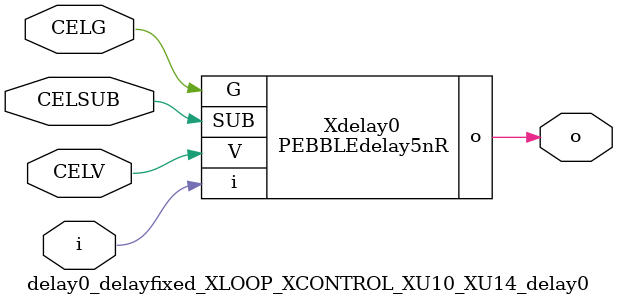
<source format=v>



module PEBBLEdelay5nR ( o, V, G, i, SUB );

  input V;
  input i;
  input G;
  output o;
  input SUB;
endmodule

//Celera Confidential Do Not Copy delay0_delayfixed_XLOOP_XCONTROL_XU10_XU14_delay0
//TYPE: fixed 5ns
module delay0_delayfixed_XLOOP_XCONTROL_XU10_XU14_delay0 (i, CELV, o,
CELG,CELSUB);
input CELV;
input i;
output o;
input CELSUB;
input CELG;

//Celera Confidential Do Not Copy delayfast0
PEBBLEdelay5nR Xdelay0(
.V (CELV),
.i (i),
.o (o),
.G (CELG),
.SUB (CELSUB)
);
//,diesize,PEBBLEdelay5nR

//Celera Confidential Do Not Copy Module End
//Celera Schematic Generator
endmodule

</source>
